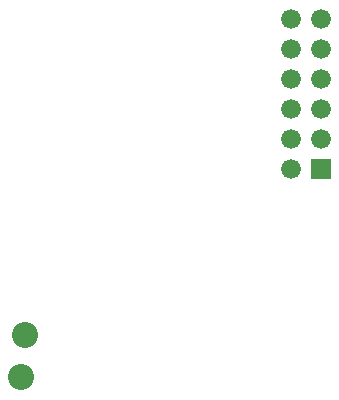
<source format=gbs>
G04 Layer: BottomSolderMaskLayer*
G04 EasyEDA v6.4.32, 2022-03-05 12:23:48*
G04 1b2e3b3a17c3449da9e352887ce741fa,292cea30c40f4109b391fbfe46d023fa,10*
G04 Gerber Generator version 0.2*
G04 Scale: 100 percent, Rotated: No, Reflected: No *
G04 Dimensions in millimeters *
G04 leading zeros omitted , absolute positions ,4 integer and 5 decimal *
%FSLAX45Y45*%
%MOMM*%

%ADD80C,1.6764*%
%ADD81R,1.6764X1.6764*%
%ADD99C,2.2032*%

%LPD*%
D80*
G01*
X2959100Y-2070100D03*
G01*
X3213100Y-2070100D03*
G01*
X2959100Y-2324100D03*
G01*
X3213100Y-2324100D03*
G01*
X2959100Y-2578100D03*
G01*
X3213100Y-2578100D03*
G01*
X2959100Y-2832100D03*
G01*
X3213100Y-2832100D03*
G01*
X2959100Y-3086100D03*
G01*
X3213100Y-3086100D03*
G01*
X2959100Y-3340100D03*
D81*
G01*
X3213100Y-3340100D03*
D99*
G01*
X673100Y-5105400D03*
G01*
X708660Y-4747260D03*
M02*

</source>
